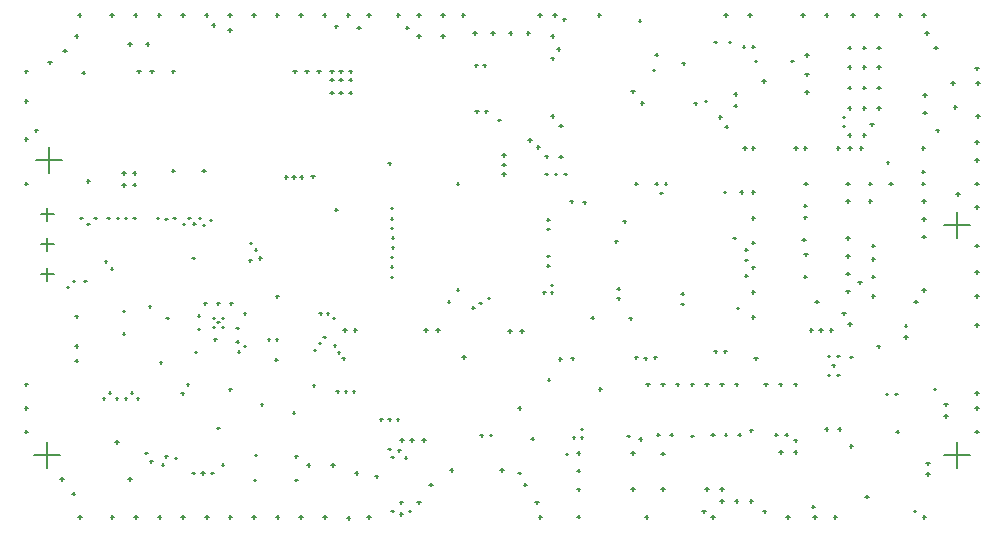
<source format=gbr>
%TF.GenerationSoftware,Altium Limited,Altium Designer,22.6.1 (34)*%
G04 Layer_Color=128*
%FSLAX45Y45*%
%MOMM*%
%TF.SameCoordinates,07F994AE-BB1C-4BEA-A643-928B9DFDCC76*%
%TF.FilePolarity,Positive*%
%TF.FileFunction,Drillmap*%
%TF.Part,Single*%
G01*
G75*
%TA.AperFunction,NonConductor*%
%ADD191C,0.12700*%
D191*
X195000Y2385000D02*
X304999D01*
X250000Y2330000D02*
Y2440000D01*
X195000Y2639000D02*
X304999D01*
X250000Y2584000D02*
Y2694000D01*
X195000Y2131000D02*
X304999D01*
X250000Y2076000D02*
Y2186000D01*
X139993Y599997D02*
X359993D01*
X249993Y489997D02*
Y709997D01*
X7839997Y599997D02*
X8059997D01*
X7949997Y489997D02*
Y709997D01*
X7839997Y2549998D02*
X8059997D01*
X7949997Y2439998D02*
Y2659998D01*
X159993Y3099997D02*
X379993D01*
X269993Y2989997D02*
Y3209997D01*
X6725000Y162500D02*
X6750000D01*
X6737500Y150000D02*
Y175000D01*
X6500000Y775000D02*
X6525000D01*
X6512500Y762500D02*
Y787500D01*
X6200000Y812500D02*
X6225000D01*
X6212500Y800000D02*
Y825000D01*
X6100000Y775000D02*
X6125000D01*
X6112500Y762500D02*
Y787500D01*
X5700000Y762500D02*
X5725000D01*
X5712500Y750000D02*
Y775000D01*
X5162500Y762500D02*
X5187500D01*
X5175000Y750000D02*
Y775000D01*
X5447500Y612500D02*
X5477500D01*
X5462500Y597500D02*
Y627500D01*
X3720000Y2900000D02*
X3740000D01*
X3730000Y2890000D02*
Y2910000D01*
X3719375Y2001875D02*
X3739375D01*
X3729375Y1991875D02*
Y2011875D01*
X4105000Y2980000D02*
X4135000D01*
X4120000Y2965000D02*
Y2995000D01*
X6985000Y3462500D02*
X7005000D01*
X6995000Y3452500D02*
Y3472500D01*
X6985000Y3387500D02*
X7005000D01*
X6995000Y3377500D02*
Y3397500D01*
X1865706Y1476413D02*
X1885706D01*
X1875706Y1466413D02*
Y1486413D01*
X4785000Y2740000D02*
X4815000D01*
X4800000Y2725000D02*
Y2755000D01*
X7360000Y3078826D02*
X7380000D01*
X7370000Y3068826D02*
Y3088826D01*
X5935000Y3465000D02*
X5965000D01*
X5950000Y3450000D02*
Y3480000D01*
X5987343Y3382053D02*
X6017343D01*
X6002343Y3367053D02*
Y3397053D01*
X6065000Y3560000D02*
X6095000D01*
X6080000Y3545000D02*
Y3575000D01*
X3165875Y2359375D02*
X3187875D01*
X3176875Y2348375D02*
Y2370375D01*
X3165875Y2440625D02*
X3187875D01*
X3176875Y2429625D02*
Y2451625D01*
X6642500Y2425000D02*
X6672500D01*
X6657500Y2410000D02*
Y2440000D01*
X6060000D02*
X6080000D01*
X6070000Y2430000D02*
Y2450000D01*
X6215000Y2610000D02*
X6245000D01*
X6230000Y2595000D02*
Y2625000D01*
X6215000Y2400000D02*
X6245000D01*
X6230000Y2385000D02*
Y2415000D01*
X3955000Y3510000D02*
X3985000D01*
X3970000Y3495000D02*
Y3525000D01*
X3875000Y3510000D02*
X3905000D01*
X3890000Y3495000D02*
Y3525000D01*
X3940000Y3900000D02*
X3970000D01*
X3955000Y3885000D02*
Y3915000D01*
X3870000Y3900000D02*
X3900000D01*
X3885000Y3885000D02*
Y3915000D01*
X2725000Y3670000D02*
X2755000D01*
X2740000Y3655000D02*
Y3685000D01*
X1205000Y1385000D02*
X1225000D01*
X1215000Y1375000D02*
Y1395000D01*
X2685000Y4230000D02*
X2715000D01*
X2700000Y4215000D02*
Y4245000D01*
X2325000Y2955000D02*
X2355000D01*
X2340000Y2940000D02*
Y2970000D01*
X2260000Y2955000D02*
X2290000D01*
X2275000Y2940000D02*
Y2970000D01*
X2390000Y2955000D02*
X2420000D01*
X2405000Y2940000D02*
Y2970000D01*
X1957500Y2250000D02*
X1982500D01*
X1970000Y2237500D02*
Y2262500D01*
X5177500Y1760000D02*
X5202500D01*
X5190000Y1747500D02*
Y1772500D01*
X6980000Y1800000D02*
X7010000D01*
X6995000Y1785000D02*
Y1815000D01*
X7035000Y1710000D02*
X7065000D01*
X7050000Y1695000D02*
Y1725000D01*
X7230000Y2375000D02*
X7260000D01*
X7245000Y2360000D02*
Y2390000D01*
X7230000Y2262500D02*
X7260000D01*
X7245000Y2247500D02*
Y2277500D01*
X7117500Y2062500D02*
X7147500D01*
X7132500Y2047500D02*
Y2077500D01*
X7017500Y1987500D02*
X7047500D01*
X7032500Y1972500D02*
Y2002500D01*
X7017500Y2137500D02*
X7047500D01*
X7032500Y2122500D02*
Y2152500D01*
X7017500Y2287500D02*
X7047500D01*
X7032500Y2272500D02*
Y2302500D01*
X7017500Y2437500D02*
X7047500D01*
X7032500Y2422500D02*
Y2452500D01*
X7205000Y2900000D02*
X7235000D01*
X7220000Y2885000D02*
Y2915000D01*
X7217500Y3400000D02*
X7247500D01*
X7232500Y3385000D02*
Y3415000D01*
X7030000Y3312500D02*
X7060000D01*
X7045000Y3297500D02*
Y3327500D01*
X7155000Y3312500D02*
X7185000D01*
X7170000Y3297500D02*
Y3327500D01*
X7280000Y3537500D02*
X7310000D01*
X7295000Y3522500D02*
Y3552500D01*
X7155000Y3537500D02*
X7185000D01*
X7170000Y3522500D02*
Y3552500D01*
X7030000Y3537500D02*
X7060000D01*
X7045000Y3522500D02*
Y3552500D01*
X7155000Y4050000D02*
X7185000D01*
X7170000Y4035000D02*
Y4065000D01*
X7155000Y3887500D02*
X7185000D01*
X7170000Y3872500D02*
Y3902500D01*
X7155000Y3712500D02*
X7185000D01*
X7170000Y3697500D02*
Y3727500D01*
X7280000Y3712500D02*
X7310000D01*
X7295000Y3697500D02*
Y3727500D01*
X7280000Y3887500D02*
X7310000D01*
X7295000Y3872500D02*
Y3902500D01*
X7280000Y4050000D02*
X7310000D01*
X7295000Y4035000D02*
Y4065000D01*
X7030000Y3712500D02*
X7060000D01*
X7045000Y3697500D02*
Y3727500D01*
X7030000Y3887500D02*
X7060000D01*
X7045000Y3872500D02*
Y3902500D01*
X7030000Y4050000D02*
X7060000D01*
X7045000Y4035000D02*
Y4065000D01*
X7130000Y3200000D02*
X7160000D01*
X7145000Y3185000D02*
Y3215000D01*
X1330000Y577500D02*
X1350000D01*
X1340000Y567500D02*
Y587500D01*
X1730000Y520000D02*
X1750000D01*
X1740000Y510000D02*
Y530000D01*
X1220000Y520000D02*
X1240000D01*
X1230000Y510000D02*
Y530000D01*
X2845000Y1660000D02*
X2875000D01*
X2860000Y1645000D02*
Y1675000D01*
X2671235Y1760000D02*
X2691235D01*
X2681235Y1750000D02*
Y1770000D01*
X2347500Y590000D02*
X2372500D01*
X2360000Y577500D02*
Y602500D01*
X2347500Y390000D02*
X2372500D01*
X2360000Y377500D02*
Y402500D01*
X2450000Y515000D02*
X2480000D01*
X2465000Y500000D02*
Y530000D01*
X1630000Y2590000D02*
X1650000D01*
X1640000Y2580000D02*
Y2600000D01*
X1535000Y2610000D02*
X1555000D01*
X1545000Y2600000D02*
Y2620000D01*
X1487402Y2560735D02*
X1507402D01*
X1497402Y2550735D02*
Y2570735D01*
X1400000Y2560000D02*
X1420000D01*
X1410000Y2550000D02*
Y2570000D01*
X1965000Y2397500D02*
X1985000D01*
X1975000Y2387500D02*
Y2407500D01*
X2010000Y2340000D02*
X2030000D01*
X2020000Y2330000D02*
Y2350000D01*
X7760000Y1160000D02*
X7780000D01*
X7770000Y1150000D02*
Y1170000D01*
X7510000Y1697500D02*
X7530000D01*
X7520000Y1687500D02*
Y1707500D01*
X3240000Y730000D02*
X3270000D01*
X3255000Y715000D02*
Y745000D01*
X5897500Y1480000D02*
X5922500D01*
X5910000Y1467500D02*
Y1492500D01*
X6090000Y1848551D02*
X6110000D01*
X6100000Y1838551D02*
Y1858551D01*
X6860000Y1440000D02*
X6880000D01*
X6870000Y1430000D02*
Y1450000D01*
X6940000Y1440000D02*
X6960000D01*
X6950000Y1430000D02*
Y1450000D01*
X6940000Y1280000D02*
X6960000D01*
X6950000Y1270000D02*
Y1290000D01*
X6860000Y1280000D02*
X6880000D01*
X6870000Y1270000D02*
Y1290000D01*
X6785000Y1660000D02*
X6815000D01*
X6800000Y1645000D02*
Y1675000D01*
X6705000Y1660000D02*
X6735000D01*
X6720000Y1645000D02*
Y1675000D01*
X5227500Y1430000D02*
X5252500D01*
X5240000Y1417500D02*
Y1442500D01*
X4857500Y1765000D02*
X4882500D01*
X4870000Y1752500D02*
Y1777500D01*
X6655000Y2712500D02*
X6685000D01*
X6670000Y2697500D02*
Y2727500D01*
X6655000Y2612500D02*
X6685000D01*
X6670000Y2597500D02*
Y2627500D01*
X4482125Y2286250D02*
X4504125D01*
X4493125Y2275250D02*
Y2297250D01*
X4482125Y2205000D02*
X4504125D01*
X4493125Y2194000D02*
Y2216000D01*
X4482125Y2513750D02*
X4504125D01*
X4493125Y2502750D02*
Y2524750D01*
X4482125Y2595000D02*
X4504125D01*
X4493125Y2584000D02*
Y2606000D01*
X4515625Y2042500D02*
X4535625D01*
X4525625Y2032500D02*
Y2052500D01*
X4450625Y1977500D02*
X4470625D01*
X4460625Y1967500D02*
Y1987500D01*
X3157750Y2107500D02*
X3179750D01*
X3168750Y2096500D02*
Y2118500D01*
X3157750Y2692500D02*
X3179750D01*
X3168750Y2681500D02*
Y2703500D01*
X3157750Y2196875D02*
X3179750D01*
X3168750Y2185875D02*
Y2207875D01*
X3157750Y2603125D02*
X3179750D01*
X3168750Y2592125D02*
Y2614125D01*
X3157750Y2521875D02*
X3179750D01*
X3168750Y2510875D02*
Y2532875D01*
X3157750Y2278125D02*
X3179750D01*
X3168750Y2267125D02*
Y2289125D01*
X4677500Y2750000D02*
X4702500D01*
X4690000Y2737500D02*
Y2762500D01*
X4468683Y2981317D02*
X4488683D01*
X4478683Y2971317D02*
Y2991317D01*
X4549341Y2980658D02*
X4569341D01*
X4559341Y2970658D02*
Y2990658D01*
X4630000Y2980000D02*
X4650000D01*
X4640000Y2970000D02*
Y2990000D01*
X5227500Y2900000D02*
X5252500D01*
X5240000Y2887500D02*
Y2912500D01*
X4395000Y3210000D02*
X4425000D01*
X4410000Y3195000D02*
Y3225000D01*
X5077500Y2010000D02*
X5102500D01*
X5090000Y1997500D02*
Y2022500D01*
X5057500Y2410000D02*
X5082500D01*
X5070000Y2397500D02*
Y2422500D01*
X5127500Y2580000D02*
X5152500D01*
X5140000Y2567500D02*
Y2592500D01*
X5307500Y1420000D02*
X5332500D01*
X5320000Y1407500D02*
Y1432500D01*
X5617500Y1965000D02*
X5642500D01*
X5630000Y1952500D02*
Y1977500D01*
X4070000Y3440000D02*
X4090000D01*
X4080000Y3430000D02*
Y3450000D01*
X4105000Y3060000D02*
X4135000D01*
X4120000Y3045000D02*
Y3075000D01*
X5380000Y3860000D02*
X5400000D01*
X5390000Y3850000D02*
Y3870000D01*
X5397500Y3990000D02*
X5422500D01*
X5410000Y3977500D02*
Y4002500D01*
X6214988Y4059992D02*
X6244988D01*
X6229988Y4044992D02*
Y4074992D01*
X6020000Y4100000D02*
X6040000D01*
X6030000Y4090000D02*
Y4110000D01*
X5900000Y4100000D02*
X5920000D01*
X5910000Y4090000D02*
Y4110000D01*
X5627500Y3920000D02*
X5652500D01*
X5640000Y3907500D02*
Y3932500D01*
X5727500Y3580000D02*
X5752500D01*
X5740000Y3567500D02*
Y3592500D01*
X4105000Y3140000D02*
X4135000D01*
X4120000Y3125000D02*
Y3155000D01*
X2750689Y1419311D02*
X2770689D01*
X2760689Y1409311D02*
Y1429311D01*
X2680000Y1530000D02*
X2700000D01*
X2690000Y1520000D02*
Y1540000D01*
X2590000Y1601235D02*
X2610000D01*
X2600000Y1591235D02*
Y1611235D01*
X2510000Y1490000D02*
X2530000D01*
X2520000Y1480000D02*
Y1500000D01*
X2500000Y1190000D02*
X2520000D01*
X2510000Y1180000D02*
Y1200000D01*
X3217500Y640000D02*
X3242500D01*
X3230000Y627500D02*
Y652500D01*
X885000Y2887500D02*
X915000D01*
X900000Y2872500D02*
Y2902500D01*
X1852499Y1675000D02*
X1872499D01*
X1862499Y1665000D02*
Y1685000D01*
X1852499Y1562500D02*
X1872499D01*
X1862499Y1552500D02*
Y1572500D01*
X1914999Y1800000D02*
X1934999D01*
X1924999Y1790000D02*
Y1810000D01*
X1527499Y1781250D02*
X1547499D01*
X1537499Y1771250D02*
Y1791250D01*
X1526199Y1668300D02*
X1546199D01*
X1536199Y1658300D02*
Y1678300D01*
X1652499Y1762500D02*
X1672499D01*
X1662499Y1752500D02*
Y1772500D01*
X1727499Y1762500D02*
X1747499D01*
X1737499Y1752500D02*
Y1772500D01*
X1652499Y1687500D02*
X1672499D01*
X1662499Y1677500D02*
Y1697500D01*
X1727499Y1687500D02*
X1747499D01*
X1737499Y1677500D02*
Y1697500D01*
X1387500Y1125000D02*
X1412500D01*
X1400000Y1112500D02*
Y1137500D01*
X1434973Y1199973D02*
X1454973D01*
X1444973Y1189973D02*
Y1209973D01*
X3135000Y3070000D02*
X3165000D01*
X3150000Y3055000D02*
Y3085000D01*
X5437500Y2820000D02*
X5462500D01*
X5450000Y2807500D02*
Y2832500D01*
X4000000Y770000D02*
X4020000D01*
X4010000Y760000D02*
Y780000D01*
X3140000Y650000D02*
X3160000D01*
X3150000Y640000D02*
Y660000D01*
X6139987Y4060000D02*
X6159987D01*
X6149987Y4050000D02*
Y4070000D01*
X4515000Y4150000D02*
X4545000D01*
X4530000Y4135000D02*
Y4165000D01*
X3285000Y4220000D02*
X3315000D01*
X3300000Y4205000D02*
Y4235000D01*
X3585000Y4150000D02*
X3615000D01*
X3600000Y4135000D02*
Y4165000D01*
X3385000Y4150000D02*
X3415000D01*
X3400000Y4135000D02*
Y4165000D01*
X2875000Y4220000D02*
X2905000D01*
X2890000Y4205000D02*
Y4235000D01*
X545000Y3840000D02*
X575000D01*
X560000Y3825000D02*
Y3855000D01*
X1085000Y4080000D02*
X1115000D01*
X1100000Y4065000D02*
Y4095000D01*
X1645000Y4240000D02*
X1675000D01*
X1660000Y4225000D02*
Y4255000D01*
X1785000Y4200000D02*
X1815000D01*
X1800000Y4185000D02*
Y4215000D01*
X145000Y3350000D02*
X175000D01*
X160000Y3335000D02*
Y3365000D01*
X2805000Y3780000D02*
X2835000D01*
X2820000Y3765000D02*
Y3795000D01*
X2805000Y3670000D02*
X2835000D01*
X2820000Y3655000D02*
Y3685000D01*
X2535000Y3850000D02*
X2565000D01*
X2550000Y3835000D02*
Y3865000D01*
X2725000Y3850000D02*
X2755000D01*
X2740000Y3835000D02*
Y3865000D01*
X2805000Y3850000D02*
X2835000D01*
X2820000Y3835000D02*
Y3865000D01*
X2645000Y3850000D02*
X2675000D01*
X2660000Y3835000D02*
Y3865000D01*
X2435000Y3850000D02*
X2465000D01*
X2450000Y3835000D02*
Y3865000D01*
X2335000Y3850000D02*
X2365000D01*
X2350000Y3835000D02*
Y3865000D01*
X885000Y2990000D02*
X915000D01*
X900000Y2975000D02*
Y3005000D01*
X840000Y2610000D02*
X860000D01*
X850000Y2600000D02*
Y2620000D01*
X910000Y2610000D02*
X930000D01*
X920000Y2600000D02*
Y2620000D01*
X980000Y2610000D02*
X1000000D01*
X990000Y2600000D02*
Y2620000D01*
X1305000Y3010000D02*
X1335000D01*
X1320000Y2995000D02*
Y3025000D01*
X975000Y2990000D02*
X1005000D01*
X990000Y2975000D02*
Y3005000D01*
X585000Y2920000D02*
X615000D01*
X600000Y2905000D02*
Y2935000D01*
X975000Y2890000D02*
X1005000D01*
X990000Y2875000D02*
Y2905000D01*
X1125000Y3850000D02*
X1155000D01*
X1140000Y3835000D02*
Y3865000D01*
X1320000Y2610000D02*
X1340000D01*
X1330000Y2600000D02*
Y2620000D01*
X1180000Y2610000D02*
X1200000D01*
X1190000Y2600000D02*
Y2620000D01*
X760000Y2610000D02*
X780000D01*
X770000Y2600000D02*
Y2620000D01*
X530000Y2610000D02*
X550000D01*
X540000Y2600000D02*
Y2620000D01*
X650000Y2610000D02*
X670000D01*
X660000Y2600000D02*
Y2620000D01*
X2485000Y2960000D02*
X2515000D01*
X2500000Y2945000D02*
Y2975000D01*
X2645000Y3670000D02*
X2675000D01*
X2660000Y3655000D02*
Y3685000D01*
X4325000Y3270000D02*
X4355000D01*
X4340000Y3255000D02*
Y3285000D01*
X1015000Y3850000D02*
X1045000D01*
X1030000Y3835000D02*
Y3865000D01*
X935000Y4080000D02*
X965000D01*
X950000Y4065000D02*
Y4095000D01*
X1305000Y3850000D02*
X1335000D01*
X1320000Y3835000D02*
Y3865000D01*
X5477500Y2900000D02*
X5502500D01*
X5490000Y2887500D02*
Y2912500D01*
X5397500Y2900000D02*
X5422500D01*
X5410000Y2887500D02*
Y2912500D01*
X1799999Y1885000D02*
X1819999D01*
X1809999Y1875000D02*
Y1895000D01*
X7279341Y1520658D02*
X7299341D01*
X7289341Y1510658D02*
Y1530658D01*
X4240000Y450000D02*
X4260000D01*
X4250000Y440000D02*
Y460000D01*
X3917500Y770000D02*
X3942500D01*
X3930000Y757500D02*
Y782500D01*
X2700000Y1140000D02*
X2720000D01*
X2710000Y1130000D02*
Y1150000D01*
X2840000Y1140000D02*
X2860000D01*
X2850000Y1130000D02*
Y1150000D01*
X6895000Y1360000D02*
X6925000D01*
X6910000Y1345000D02*
Y1375000D01*
X3980000Y1930000D02*
X4000000D01*
X3990000Y1920000D02*
Y1940000D01*
X4490000Y1240000D02*
X4510000D01*
X4500000Y1230000D02*
Y1250000D01*
X5822500Y1200000D02*
X5852500D01*
X5837500Y1185000D02*
Y1215000D01*
X5447500Y1200000D02*
X5477500D01*
X5462500Y1185000D02*
Y1215000D01*
X5697500Y1200000D02*
X5727500D01*
X5712500Y1185000D02*
Y1215000D01*
X6072500Y1200000D02*
X6102500D01*
X6087500Y1185000D02*
Y1215000D01*
X6572500Y1200000D02*
X6602500D01*
X6587500Y1185000D02*
Y1215000D01*
X6322500Y1200000D02*
X6352500D01*
X6337500Y1185000D02*
Y1215000D01*
X4585000Y3127500D02*
X4615000D01*
X4600000Y3112500D02*
Y3142500D01*
X4515000Y3470000D02*
X4545000D01*
X4530000Y3455000D02*
Y3485000D01*
X4585000Y3390000D02*
X4615000D01*
X4600000Y3375000D02*
Y3405000D01*
X4515000Y3960000D02*
X4545000D01*
X4530000Y3945000D02*
Y3975000D01*
X4565000Y4040000D02*
X4595000D01*
X4580000Y4025000D02*
Y4055000D01*
X4619614Y4290213D02*
X4639614D01*
X4629614Y4280213D02*
Y4300213D01*
X6160000Y2120000D02*
X6180000D01*
X6170000Y2110000D02*
Y2130000D01*
X6160000Y2250000D02*
X6180000D01*
X6170000Y2240000D02*
Y2260000D01*
X6160000Y2340000D02*
X6180000D01*
X6170000Y2330000D02*
Y2350000D01*
X5980000Y2830000D02*
X6000000D01*
X5990000Y2820000D02*
Y2840000D01*
X2685000Y2680000D02*
X2715000D01*
X2700000Y2665000D02*
Y2695000D01*
X7655000Y3000000D02*
X7685000D01*
X7670000Y2985000D02*
Y3015000D01*
X8110000Y3250000D02*
X8140000D01*
X8125000Y3235000D02*
Y3265000D01*
X8110000Y3100000D02*
X8140000D01*
X8125000Y3085000D02*
Y3115000D01*
X8110000Y2900000D02*
X8140000D01*
X8125000Y2885000D02*
Y2915000D01*
X8110000Y2700000D02*
X8140000D01*
X8125000Y2685000D02*
Y2715000D01*
X8110000Y2375000D02*
X8140000D01*
X8125000Y2360000D02*
Y2390000D01*
X8110000Y2150000D02*
X8140000D01*
X8125000Y2135000D02*
Y2165000D01*
X8110000Y1950000D02*
X8140000D01*
X8125000Y1935000D02*
Y1965000D01*
X8110000Y1700000D02*
X8140000D01*
X8125000Y1685000D02*
Y1715000D01*
X8110000Y1125000D02*
X8140000D01*
X8125000Y1110000D02*
Y1140000D01*
X8110000Y1000000D02*
X8140000D01*
X8125000Y985000D02*
Y1015000D01*
X8110000Y800000D02*
X8140000D01*
X8125000Y785000D02*
Y815000D01*
X360000Y400000D02*
X390000D01*
X375000Y385000D02*
Y415000D01*
X460000Y275000D02*
X490000D01*
X475000Y260000D02*
Y290000D01*
X8110000Y3875000D02*
X8140000D01*
X8125000Y3860000D02*
Y3890000D01*
X7760000Y4050000D02*
X7790000D01*
X7775000Y4035000D02*
Y4065000D01*
X7685000Y4175000D02*
X7715000D01*
X7700000Y4160000D02*
Y4190000D01*
X385000Y4025000D02*
X415000D01*
X400000Y4010000D02*
Y4040000D01*
X485000Y4150000D02*
X515000D01*
X500000Y4135000D02*
Y4165000D01*
X260000Y3925000D02*
X290000D01*
X275000Y3910000D02*
Y3940000D01*
X60000Y3275000D02*
X90000D01*
X75000Y3260000D02*
Y3290000D01*
X60000Y3600000D02*
X90000D01*
X75000Y3585000D02*
Y3615000D01*
X60000Y3850000D02*
X90000D01*
X75000Y3835000D02*
Y3865000D01*
X60000Y2900000D02*
X90000D01*
X75000Y2885000D02*
Y2915000D01*
X485000Y1775000D02*
X515000D01*
X500000Y1760000D02*
Y1790000D01*
X485000Y1525000D02*
X515000D01*
X500000Y1510000D02*
Y1540000D01*
X485000Y1400000D02*
X515000D01*
X500000Y1385000D02*
Y1415000D01*
X60000Y1200000D02*
X90000D01*
X75000Y1185000D02*
Y1215000D01*
X60000Y1000000D02*
X90000D01*
X75000Y985000D02*
Y1015000D01*
X60000Y800000D02*
X90000D01*
X75000Y785000D02*
Y815000D01*
X935000Y400000D02*
X965000D01*
X950000Y385000D02*
Y415000D01*
X1247500Y590000D02*
X1272500D01*
X1260000Y577500D02*
Y602500D01*
X1080000Y620000D02*
X1100000D01*
X1090000Y610000D02*
Y630000D01*
X1117500Y550000D02*
X1142500D01*
X1130000Y537500D02*
Y562500D01*
X1690000Y830000D02*
X1710000D01*
X1700000Y820000D02*
Y840000D01*
X2010000Y600000D02*
X2030000D01*
X2020000Y590000D02*
Y610000D01*
X2000000Y390000D02*
X2020000D01*
X2010000Y380000D02*
Y400000D01*
X1480000Y450000D02*
X1500000D01*
X1490000Y440000D02*
Y460000D01*
X1640000Y450000D02*
X1660000D01*
X1650000Y440000D02*
Y460000D01*
X3165199Y585199D02*
X3185199D01*
X3175199Y575199D02*
Y595199D01*
X3280000Y580000D02*
X3300000D01*
X3290000Y570000D02*
Y590000D01*
X3325000Y730000D02*
X3355000D01*
X3340000Y715000D02*
Y745000D01*
X4285000Y350000D02*
X4315000D01*
X4300000Y335000D02*
Y365000D01*
X5797500Y125000D02*
X5827500D01*
X5812500Y110000D02*
Y140000D01*
X6310000Y125000D02*
X6340000D01*
X6325000Y110000D02*
Y140000D01*
X3030000Y420000D02*
X3050000D01*
X3040000Y410000D02*
Y430000D01*
X2786798Y70000D02*
X2816798D01*
X2801798Y55000D02*
Y85000D01*
X511817Y76822D02*
X541817D01*
X526817Y61822D02*
Y91822D01*
X786817Y76822D02*
X816817D01*
X801817Y61822D02*
Y91822D01*
X986817Y76822D02*
X1016817D01*
X1001817Y61822D02*
Y91822D01*
X1186817Y76822D02*
X1216817D01*
X1201817Y61822D02*
Y91822D01*
X1386817Y76822D02*
X1416817D01*
X1401817Y61822D02*
Y91822D01*
X1586817Y76822D02*
X1616817D01*
X1601817Y61822D02*
Y91822D01*
X1786817Y76822D02*
X1816817D01*
X1801817Y61822D02*
Y91822D01*
X1986817Y76822D02*
X2016817D01*
X2001817Y61822D02*
Y91822D01*
X2186817Y76822D02*
X2216817D01*
X2201817Y61822D02*
Y91822D01*
X2386817Y76822D02*
X2416817D01*
X2401817Y61822D02*
Y91822D01*
X2586817Y76822D02*
X2616817D01*
X2601817Y61822D02*
Y91822D01*
X2961817Y76822D02*
X2991817D01*
X2976817Y61822D02*
Y91822D01*
X3385000Y200000D02*
X3415000D01*
X3400000Y185000D02*
Y215000D01*
X3660000Y475000D02*
X3690000D01*
X3675000Y460000D02*
Y490000D01*
X4085000Y475000D02*
X4115000D01*
X4100000Y460000D02*
Y490000D01*
X4411817Y76822D02*
X4441817D01*
X4426817Y61822D02*
Y91822D01*
X4385000Y200000D02*
X4415000D01*
X4400000Y185000D02*
Y215000D01*
X5310000Y75000D02*
X5340000D01*
X5325000Y60000D02*
Y90000D01*
X5872500Y75000D02*
X5902500D01*
X5887500Y60000D02*
Y90000D01*
X3485000Y350000D02*
X3515000D01*
X3500000Y335000D02*
Y365000D01*
X6510000Y75000D02*
X6540000D01*
X6525000Y60000D02*
Y90000D01*
X6910000Y75000D02*
X6940000D01*
X6925000Y60000D02*
Y90000D01*
X7661817Y76822D02*
X7691817D01*
X7676817Y61822D02*
Y91822D01*
X7660000Y4325000D02*
X7690000D01*
X7675000Y4310000D02*
Y4340000D01*
X7460000Y4325000D02*
X7490000D01*
X7475000Y4310000D02*
Y4340000D01*
X7260000Y4325000D02*
X7290000D01*
X7275000Y4310000D02*
Y4340000D01*
X7060000Y4325000D02*
X7090000D01*
X7075000Y4310000D02*
Y4340000D01*
X6835000Y4325000D02*
X6865000D01*
X6850000Y4310000D02*
Y4340000D01*
X6635000Y4325000D02*
X6665000D01*
X6650000Y4310000D02*
Y4340000D01*
X6185000Y4325000D02*
X6215000D01*
X6200000Y4310000D02*
Y4340000D01*
X5260000Y4280000D02*
X5280000D01*
X5270000Y4270000D02*
Y4290000D01*
X4910000Y4325000D02*
X4940000D01*
X4925000Y4310000D02*
Y4340000D01*
X4535000Y4325000D02*
X4565000D01*
X4550000Y4310000D02*
Y4340000D01*
X4310000Y4175000D02*
X4340000D01*
X4325000Y4160000D02*
Y4190000D01*
X4410000Y4325000D02*
X4440000D01*
X4425000Y4310000D02*
Y4340000D01*
X4160000Y4175000D02*
X4190000D01*
X4175000Y4160000D02*
Y4190000D01*
X4010000Y4175000D02*
X4040000D01*
X4025000Y4160000D02*
Y4190000D01*
X3860000Y4175000D02*
X3890000D01*
X3875000Y4160000D02*
Y4190000D01*
X3760000Y4325000D02*
X3790000D01*
X3775000Y4310000D02*
Y4340000D01*
X3585000Y4325000D02*
X3615000D01*
X3600000Y4310000D02*
Y4340000D01*
X3385000Y4325000D02*
X3415000D01*
X3400000Y4310000D02*
Y4340000D01*
X3210000Y4325000D02*
X3240000D01*
X3225000Y4310000D02*
Y4340000D01*
X2960000Y4325000D02*
X2990000D01*
X2975000Y4310000D02*
Y4340000D01*
X2785000Y4325000D02*
X2815000D01*
X2800000Y4310000D02*
Y4340000D01*
X2585000Y4325000D02*
X2615000D01*
X2600000Y4310000D02*
Y4340000D01*
X2385000Y4325000D02*
X2415000D01*
X2400000Y4310000D02*
Y4340000D01*
X2185000Y4325000D02*
X2215000D01*
X2200000Y4310000D02*
Y4340000D01*
X1985000Y4325000D02*
X2015000D01*
X2000000Y4310000D02*
Y4340000D01*
X1785000Y4325000D02*
X1815000D01*
X1800000Y4310000D02*
Y4340000D01*
X1585000Y4325000D02*
X1615000D01*
X1600000Y4310000D02*
Y4340000D01*
X1385000Y4325000D02*
X1415000D01*
X1400000Y4310000D02*
Y4340000D01*
X1185000Y4325000D02*
X1215000D01*
X1200000Y4310000D02*
Y4340000D01*
X985000Y4325000D02*
X1015000D01*
X1000000Y4310000D02*
Y4340000D01*
X785000Y4325000D02*
X815000D01*
X800000Y4310000D02*
Y4340000D01*
X510000Y4325000D02*
X540000D01*
X525000Y4310000D02*
Y4340000D01*
X1565000Y3010000D02*
X1595000D01*
X1580000Y2995000D02*
Y3025000D01*
X2770000Y1140000D02*
X2790000D01*
X2780000Y1130000D02*
Y1150000D01*
X1502499Y1475000D02*
X1522499D01*
X1512499Y1465000D02*
Y1485000D01*
X1580498Y1885499D02*
X1600498D01*
X1590498Y1875499D02*
Y1895499D01*
X2177500Y1410000D02*
X2202500D01*
X2190000Y1397500D02*
Y1422500D01*
X1787500Y1160000D02*
X1812500D01*
X1800000Y1147500D02*
Y1172500D01*
X1480000Y2270000D02*
X1500000D01*
X1490000Y2260000D02*
Y2280000D01*
X720000Y1080000D02*
X740000D01*
X730000Y1070000D02*
Y1090000D01*
X830000Y1080000D02*
X850000D01*
X840000Y1070000D02*
Y1090000D01*
X910000Y1080000D02*
X930000D01*
X920000Y1070000D02*
Y1090000D01*
X1010000Y1080000D02*
X1030000D01*
X1020000Y1070000D02*
Y1090000D01*
X960000Y1130000D02*
X980000D01*
X970000Y1120000D02*
Y1140000D01*
X2060000Y1030000D02*
X2080000D01*
X2070000Y1020000D02*
Y1040000D01*
X2330000Y960000D02*
X2350000D01*
X2340000Y950000D02*
Y970000D01*
X3140000Y902500D02*
X3160000D01*
X3150000Y892500D02*
Y912500D01*
X3070000Y902500D02*
X3090000D01*
X3080000Y892500D02*
Y912500D01*
X3210000Y902500D02*
X3230000D01*
X3220000Y892500D02*
Y912500D01*
X3640000Y1900000D02*
X3660000D01*
X3650000Y1890000D02*
Y1910000D01*
X3545000Y1660000D02*
X3575000D01*
X3560000Y1645000D02*
Y1675000D01*
X3445000Y1660000D02*
X3475000D01*
X3460000Y1645000D02*
Y1675000D01*
X2040000Y2270000D02*
X2070000D01*
X2055000Y2255000D02*
Y2285000D01*
X4155000Y1650000D02*
X4185000D01*
X4170000Y1635000D02*
Y1665000D01*
X4255000Y1650000D02*
X4285000D01*
X4270000Y1635000D02*
Y1665000D01*
X4685000Y1420000D02*
X4715000D01*
X4700000Y1405000D02*
Y1435000D01*
X4580000Y1415000D02*
X4610000D01*
X4595000Y1400000D02*
Y1430000D01*
X3850000Y1850000D02*
X3870000D01*
X3860000Y1840000D02*
Y1860000D01*
X2555000Y1800101D02*
X2575000D01*
X2565000Y1790101D02*
Y1810101D01*
X2710000Y1470000D02*
X2730000D01*
X2720000Y1460000D02*
Y1480000D01*
X5077500Y1930000D02*
X5102500D01*
X5090000Y1917500D02*
Y1942500D01*
X6415000Y775000D02*
X6435000D01*
X6425000Y765000D02*
Y785000D01*
X5617500Y1880000D02*
X5642500D01*
X5630000Y1867500D02*
Y1892500D01*
X4465000Y3130000D02*
X4495000D01*
X4480000Y3115000D02*
Y3145000D01*
X2725000Y3780000D02*
X2755000D01*
X2740000Y3765000D02*
Y3795000D01*
X2645000Y3780000D02*
X2675000D01*
X2660000Y3765000D02*
Y3795000D01*
X7590000Y130000D02*
X7610000D01*
X7600000Y120000D02*
Y140000D01*
X2620000Y1800000D02*
X2640000D01*
X2630000Y1790000D02*
Y1810000D01*
X2550000Y1550000D02*
X2570000D01*
X2560000Y1540000D02*
Y1560000D01*
X2187500Y1580000D02*
X2207500D01*
X2197500Y1570000D02*
Y1590000D01*
X2120000Y1580000D02*
X2140000D01*
X2130000Y1570000D02*
Y1590000D01*
X4515625Y1977500D02*
X4535625D01*
X4525625Y1967500D02*
Y1987500D01*
X3910000Y1890000D02*
X3930000D01*
X3920000Y1880000D02*
Y1900000D01*
X2189999Y1945000D02*
X2209999D01*
X2199999Y1935000D02*
Y1955000D01*
X7507436Y1602446D02*
X7537436D01*
X7522436Y1587446D02*
Y1617446D01*
X7050000Y1432500D02*
X7070000D01*
X7060000Y1422500D02*
Y1442500D01*
X6145000Y3200000D02*
X6175000D01*
X6160000Y3185000D02*
Y3215000D01*
X7945000Y2810000D02*
X7975000D01*
X7960000Y2795000D02*
Y2825000D01*
X6835000Y820000D02*
X6865000D01*
X6850000Y805000D02*
Y835000D01*
X6945000Y820000D02*
X6975000D01*
X6960000Y805000D02*
Y835000D01*
X7045000Y680000D02*
X7075000D01*
X7060000Y665000D02*
Y695000D01*
X7905000Y3750000D02*
X7935000D01*
X7920000Y3735000D02*
Y3765000D01*
X7667500Y3650000D02*
X7697500D01*
X7682500Y3635000D02*
Y3665000D01*
X3765000Y1430000D02*
X3795000D01*
X3780000Y1415000D02*
Y1445000D01*
X2755000Y1660000D02*
X2785000D01*
X2770000Y1645000D02*
Y1675000D01*
X4920000Y1160000D02*
X4950000D01*
X4935000Y1145001D02*
Y1175000D01*
X4345000Y740000D02*
X4375000D01*
X4360000Y725000D02*
Y755000D01*
X4700000Y750000D02*
X4720000D01*
X4710000Y740000D02*
Y760000D01*
X6447500Y625000D02*
X6477500D01*
X6462500Y610000D02*
Y640000D01*
X5822500Y312500D02*
X5852500D01*
X5837500Y297500D02*
Y327500D01*
X6572500Y725000D02*
X6602500D01*
X6587500Y710000D02*
Y740000D01*
X5947500Y312500D02*
X5977500D01*
X5962500Y297500D02*
Y327500D01*
X5990000Y775000D02*
X6010000D01*
X6000000Y765000D02*
Y785000D01*
X5415000Y775000D02*
X5435000D01*
X5425000Y765000D02*
Y785000D01*
X5522500Y775000D02*
X5552500D01*
X5537500Y760000D02*
Y790000D01*
X5197500Y620000D02*
X5227500D01*
X5212500Y605000D02*
Y635000D01*
X4735000Y620000D02*
X4765000D01*
X4750000Y605000D02*
Y635000D01*
X4640000Y610000D02*
X4660000D01*
X4650000Y600000D02*
Y620000D01*
X4735000Y470000D02*
X4765000D01*
X4750000Y455000D02*
Y485000D01*
X4735000Y310000D02*
X4765000D01*
X4750000Y295000D02*
Y325000D01*
X4735000Y80000D02*
X4765000D01*
X4750000Y65000D02*
Y95000D01*
X4770000Y750000D02*
X4790000D01*
X4780000Y740000D02*
Y760000D01*
X4235000Y1000000D02*
X4265000D01*
X4250000Y985000D02*
Y1015000D01*
X3425000Y730000D02*
X3455000D01*
X3440000Y715000D02*
Y745000D01*
X3315000Y125000D02*
X3335000D01*
X3325000Y115000D02*
Y135000D01*
X3240000Y200000D02*
X3260000D01*
X3250000Y190000D02*
Y210000D01*
X3235000Y100000D02*
X3265000D01*
X3250000Y85000D02*
Y115000D01*
X3165000Y125000D02*
X3185000D01*
X3175000Y115000D02*
Y135000D01*
X5387500Y1430000D02*
X5412500D01*
X5400000Y1417500D02*
Y1442500D01*
X6444987Y1199998D02*
X6474987D01*
X6459987Y1184998D02*
Y1214998D01*
X5947500Y1200000D02*
X5977500D01*
X5962500Y1185000D02*
Y1215000D01*
X5322500Y1200000D02*
X5352500D01*
X5337500Y1185000D02*
Y1215000D01*
X5572500Y1200000D02*
X5602500D01*
X5587500Y1185000D02*
Y1215000D01*
X5977500Y1480000D02*
X6002500D01*
X5990000Y1467500D02*
Y1492500D01*
X7655000Y2900000D02*
X7685000D01*
X7670000Y2885000D02*
Y2915000D01*
X7655000Y3200000D02*
X7685000D01*
X7670000Y3185000D02*
Y3215000D01*
X7380000Y2900000D02*
X7410000D01*
X7395000Y2885000D02*
Y2915000D01*
X7659999Y2750000D02*
X7689999D01*
X7674999Y2735000D02*
Y2765000D01*
X6875000Y1660000D02*
X6905000D01*
X6890000Y1645000D02*
Y1675000D01*
X7695000Y530000D02*
X7725000D01*
X7710000Y515000D02*
Y545000D01*
X7435000Y800000D02*
X7465000D01*
X7450000Y785000D02*
Y815000D01*
X6215000Y1770000D02*
X6245000D01*
X6230000Y1755000D02*
Y1785000D01*
X7695000Y440000D02*
X7725000D01*
X7710000Y425000D02*
Y455000D01*
X7845000Y1030000D02*
X7875000D01*
X7860000Y1015000D02*
Y1045000D01*
X7845000Y930000D02*
X7875000D01*
X7860000Y915000D02*
Y945000D01*
X7350000Y1120000D02*
X7370000D01*
X7360000Y1110000D02*
Y1130000D01*
X7430000Y1120000D02*
X7450000D01*
X7440000Y1110000D02*
Y1130000D01*
X6235000Y1420000D02*
X6265000D01*
X6250000Y1405000D02*
Y1435000D01*
X7230000Y2112500D02*
X7260000D01*
X7245000Y2097500D02*
Y2127500D01*
X7592500Y1900000D02*
X7622500D01*
X7607500Y1885000D02*
Y1915000D01*
X7230000Y1950000D02*
X7260000D01*
X7245000Y1935000D02*
Y1965000D01*
X6115000Y2830000D02*
X6145000D01*
X6130000Y2815000D02*
Y2845000D01*
X1250000Y2600000D02*
X1270000D01*
X1260000Y2590000D02*
Y2610000D01*
X1445000Y2610000D02*
X1465000D01*
X1455000Y2600000D02*
Y2620000D01*
X1570000Y2550000D02*
X1590000D01*
X1580000Y2540000D02*
Y2560000D01*
X590000D02*
X610000D01*
X600000Y2550000D02*
Y2570000D01*
X740000Y2240000D02*
X760000D01*
X750000Y2230000D02*
Y2250000D01*
X790000Y2180000D02*
X810000D01*
X800000Y2170000D02*
Y2190000D01*
X565000Y2075000D02*
X585000D01*
X575000Y2065000D02*
Y2085000D01*
X465000Y2075000D02*
X485000D01*
X475000Y2065000D02*
Y2085000D01*
X415000Y2025000D02*
X435000D01*
X425000Y2015000D02*
Y2035000D01*
X825000Y710000D02*
X855000D01*
X840000Y695000D02*
Y725000D01*
X770000Y1130000D02*
X790000D01*
X780000Y1120000D02*
Y1140000D01*
X890000Y1820000D02*
X910000D01*
X900000Y1810000D02*
Y1830000D01*
X1260000Y1760000D02*
X1280000D01*
X1270000Y1750000D02*
Y1770000D01*
X890000Y1630000D02*
X910000D01*
X900000Y1620000D02*
Y1640000D01*
X1555000Y450000D02*
X1585000D01*
X1570000Y435000D02*
Y465000D01*
X6215000Y2190000D02*
X6245000D01*
X6230000Y2175000D02*
Y2205000D01*
X6755000Y1900000D02*
X6785000D01*
X6770000Y1885000D02*
Y1915000D01*
X6655000Y2112500D02*
X6685000D01*
X6670000Y2097500D02*
Y2127500D01*
X6215000Y2830000D02*
X6245000D01*
X6230000Y2815000D02*
Y2845000D01*
X7205000Y2750000D02*
X7235000D01*
X7220000Y2735000D02*
Y2765000D01*
X7017500Y2750000D02*
X7047500D01*
X7032500Y2735000D02*
Y2765000D01*
X7017500Y2900000D02*
X7047500D01*
X7032500Y2885000D02*
Y2915000D01*
X5818520Y3597644D02*
X5838520D01*
X5828520Y3587644D02*
Y3607644D01*
X7035000Y3200000D02*
X7065000D01*
X7050000Y3185000D02*
Y3215000D01*
X6215000Y3200000D02*
X6245000D01*
X6230000Y3185000D02*
Y3215000D01*
X6215000Y1980000D02*
X6245000D01*
X6230000Y1965000D02*
Y1995000D01*
X5195000Y3680000D02*
X5225000D01*
X5210000Y3665000D02*
Y3695000D01*
X5275000Y3580000D02*
X5305000D01*
X5290000Y3565000D02*
Y3595000D01*
X6065000Y3660000D02*
X6095000D01*
X6080000Y3645000D02*
Y3675000D01*
X6575000Y3200000D02*
X6605000D01*
X6590000Y3185000D02*
Y3215000D01*
X6667500Y3675000D02*
X6697500D01*
X6682500Y3660000D02*
Y3690000D01*
X6240000Y3940000D02*
X6260000D01*
X6250000Y3930000D02*
Y3950000D01*
X5985000Y4325000D02*
X6015000D01*
X6000000Y4310000D02*
Y4340000D01*
X6550000Y3940000D02*
X6570000D01*
X6560000Y3930000D02*
Y3950000D01*
X6667500Y3987500D02*
X6697500D01*
X6682500Y3972500D02*
Y4002500D01*
X6667500Y3825000D02*
X6697500D01*
X6682500Y3810000D02*
Y3840000D01*
X7667500Y3500000D02*
X7697500D01*
X7682500Y3485000D02*
Y3515000D01*
X7775000Y3350000D02*
X7805000D01*
X7790000Y3335000D02*
Y3365000D01*
X7925000Y3550000D02*
X7955000D01*
X7940000Y3535000D02*
Y3565000D01*
X8115000Y3750000D02*
X8145000D01*
X8130000Y3735000D02*
Y3765000D01*
X8115000Y3470000D02*
X8145000D01*
X8130000Y3455000D02*
Y3485000D01*
X4770000Y820000D02*
X4790000D01*
X4780000Y810000D02*
Y830000D01*
X2855000Y450000D02*
X2885000D01*
X2870000Y435000D02*
Y465000D01*
X2655000Y515000D02*
X2685000D01*
X2670000Y500000D02*
Y530000D01*
X5872500Y775000D02*
X5902500D01*
X5887500Y760000D02*
Y790000D01*
X5260000Y737500D02*
X5290000D01*
X5275000Y722500D02*
Y752500D01*
X7175000Y250000D02*
X7205000D01*
X7190000Y235000D02*
Y265000D01*
X5947500Y212500D02*
X5977500D01*
X5962500Y197500D02*
Y227500D01*
X6072500Y212500D02*
X6102500D01*
X6087500Y197500D02*
Y227500D01*
X6197500Y212500D02*
X6227500D01*
X6212500Y197500D02*
Y227500D01*
X5447500Y312500D02*
X5477500D01*
X5462500Y297500D02*
Y327500D01*
X6735000Y75000D02*
X6765000D01*
X6750000Y60000D02*
Y90000D01*
X6572500Y625000D02*
X6602500D01*
X6587500Y610000D02*
Y640000D01*
X5197500Y312500D02*
X5227500D01*
X5212500Y297500D02*
Y327500D01*
X6935000Y3200000D02*
X6965000D01*
X6950000Y3185000D02*
Y3215000D01*
X6655000Y3200000D02*
X6685000D01*
X6670000Y3185000D02*
Y3215000D01*
X6305000Y3770000D02*
X6335000D01*
X6320000Y3755000D02*
Y3785000D01*
X6660000Y2900000D02*
X6690000D01*
X6675000Y2885000D02*
Y2915000D01*
X6660000Y2300000D02*
X6690000D01*
X6675000Y2285000D02*
Y2315000D01*
X7659999Y2000000D02*
X7689999D01*
X7674999Y1985000D02*
Y2015000D01*
X7659999Y2450000D02*
X7689999D01*
X7674999Y2435000D02*
Y2465000D01*
X7659999Y2600000D02*
X7689999D01*
X7674999Y2585000D02*
Y2615000D01*
X1110000Y1860000D02*
X1130000D01*
X1120000Y1850000D02*
Y1870000D01*
X1689999Y1885000D02*
X1709999D01*
X1699999Y1875000D02*
Y1895000D01*
X1914999Y1525000D02*
X1934999D01*
X1924999Y1515000D02*
Y1535000D01*
X1664999Y1580000D02*
X1684999D01*
X1674999Y1570000D02*
Y1590000D01*
X1689999Y1725000D02*
X1709999D01*
X1699999Y1715000D02*
Y1735000D01*
%TF.MD5,ba0d6a1b6929afabd8437a85f9f77cd7*%
M02*

</source>
